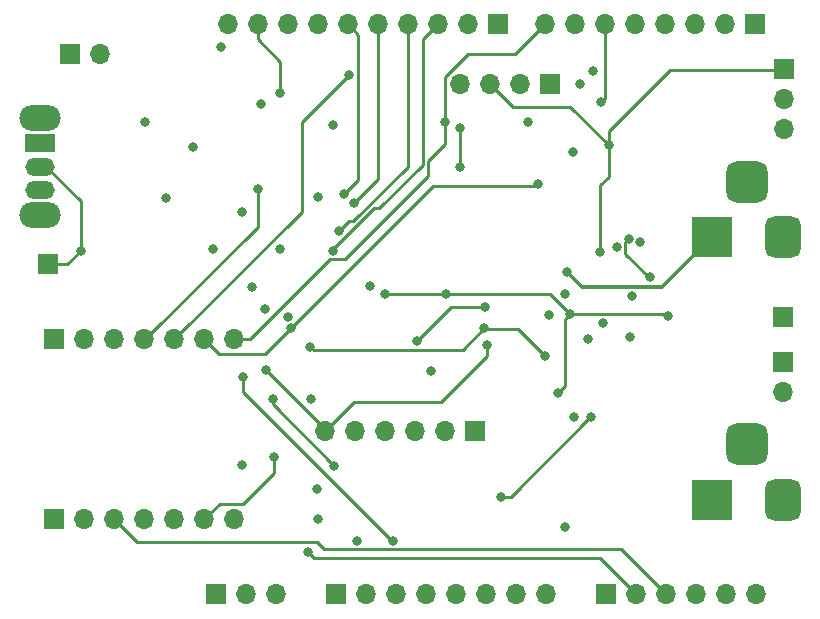
<source format=gbr>
%TF.GenerationSoftware,KiCad,Pcbnew,9.0.3*%
%TF.CreationDate,2025-08-02T21:51:47-05:00*%
%TF.ProjectId,DMM_KiCAD_V3_next KiCAD9,444d4d5f-4b69-4434-9144-5f56335f6e65,rev?*%
%TF.SameCoordinates,Original*%
%TF.FileFunction,Copper,L2,Inr*%
%TF.FilePolarity,Positive*%
%FSLAX46Y46*%
G04 Gerber Fmt 4.6, Leading zero omitted, Abs format (unit mm)*
G04 Created by KiCad (PCBNEW 9.0.3) date 2025-08-02 21:51:47*
%MOMM*%
%LPD*%
G01*
G04 APERTURE LIST*
G04 Aperture macros list*
%AMRoundRect*
0 Rectangle with rounded corners*
0 $1 Rounding radius*
0 $2 $3 $4 $5 $6 $7 $8 $9 X,Y pos of 4 corners*
0 Add a 4 corners polygon primitive as box body*
4,1,4,$2,$3,$4,$5,$6,$7,$8,$9,$2,$3,0*
0 Add four circle primitives for the rounded corners*
1,1,$1+$1,$2,$3*
1,1,$1+$1,$4,$5*
1,1,$1+$1,$6,$7*
1,1,$1+$1,$8,$9*
0 Add four rect primitives between the rounded corners*
20,1,$1+$1,$2,$3,$4,$5,0*
20,1,$1+$1,$4,$5,$6,$7,0*
20,1,$1+$1,$6,$7,$8,$9,0*
20,1,$1+$1,$8,$9,$2,$3,0*%
G04 Aperture macros list end*
%TA.AperFunction,ComponentPad*%
%ADD10R,3.500000X3.500000*%
%TD*%
%TA.AperFunction,ComponentPad*%
%ADD11RoundRect,0.750000X0.750000X1.000000X-0.750000X1.000000X-0.750000X-1.000000X0.750000X-1.000000X0*%
%TD*%
%TA.AperFunction,ComponentPad*%
%ADD12RoundRect,0.875000X0.875000X0.875000X-0.875000X0.875000X-0.875000X-0.875000X0.875000X-0.875000X0*%
%TD*%
%TA.AperFunction,ComponentPad*%
%ADD13O,3.500000X2.200000*%
%TD*%
%TA.AperFunction,ComponentPad*%
%ADD14R,2.500000X1.500000*%
%TD*%
%TA.AperFunction,ComponentPad*%
%ADD15O,2.500000X1.500000*%
%TD*%
%TA.AperFunction,ComponentPad*%
%ADD16R,1.700000X1.700000*%
%TD*%
%TA.AperFunction,ComponentPad*%
%ADD17O,1.700000X1.700000*%
%TD*%
%TA.AperFunction,ViaPad*%
%ADD18C,0.800000*%
%TD*%
%TA.AperFunction,Conductor*%
%ADD19C,0.250000*%
%TD*%
%TA.AperFunction,Conductor*%
%ADD20C,0.350000*%
%TD*%
G04 APERTURE END LIST*
D10*
%TO.N,Resistor_Input*%
%TO.C,J14*%
X138145000Y-68835000D03*
D11*
%TO.N,Net-(F1-Pad1)*%
X144145000Y-68835000D03*
D12*
%TO.N,N/C*%
X141145000Y-64135000D03*
%TD*%
D10*
%TO.N,V_Input_Float*%
%TO.C,J15*%
X138145000Y-91060000D03*
D11*
%TO.N,V_Input_REF*%
X144145000Y-91060000D03*
D12*
%TO.N,N/C*%
X141145000Y-86360000D03*
%TD*%
D13*
%TO.N,*%
%TO.C,SW3*%
X81280000Y-58765000D03*
X81280000Y-66965000D03*
D14*
%TO.N,+BATT*%
X81280000Y-60865000D03*
D15*
%TO.N,XIAO Batt Pin*%
X81280000Y-62865000D03*
%TO.N,XIAO 5V*%
X81280000Y-64865000D03*
%TD*%
D16*
%TO.N,/R into ADS*%
%TO.C,J16*%
X144145000Y-75565000D03*
%TD*%
%TO.N,unconnected-(J8-Pin_1-Pad1)*%
%TO.C,J8*%
X120015000Y-50800000D03*
D17*
%TO.N,unconnected-(J8-Pin_2-Pad2)*%
X117475000Y-50800000D03*
%TO.N,CS*%
X114935000Y-50800000D03*
%TO.N,MOSI*%
X112395000Y-50800000D03*
%TO.N,MISO*%
X109855000Y-50800000D03*
%TO.N,CLK*%
X107315000Y-50800000D03*
%TO.N,GND*%
X104775000Y-50800000D03*
%TO.N,unconnected-(J8-Pin_8-Pad8)*%
X102235000Y-50800000D03*
%TO.N,SDA*%
X99695000Y-50800000D03*
%TO.N,SCL*%
X97155000Y-50800000D03*
%TD*%
D16*
%TO.N,A0{slash}D14*%
%TO.C,J10*%
X129151624Y-99067665D03*
D17*
%TO.N,A1{slash}D15*%
X131691624Y-99067665D03*
%TO.N,A2{slash}D16*%
X134231624Y-99067665D03*
%TO.N,A3{slash}D17*%
X136771624Y-99067665D03*
%TO.N,unconnected-(J10-Pin_5-Pad5)*%
X139311624Y-99067665D03*
%TO.N,unconnected-(J10-Pin_6-Pad6)*%
X141851624Y-99067665D03*
%TD*%
D16*
%TO.N,VDD*%
%TO.C,J11*%
X144215000Y-54625000D03*
D17*
%TO.N,Net-(J11-Pin_2)*%
X144215000Y-57165000D03*
%TO.N,GND*%
X144215000Y-59705000D03*
%TD*%
D16*
%TO.N,A0{slash}D14*%
%TO.C,J12*%
X144145000Y-79375000D03*
D17*
%TO.N,GND*%
X144145000Y-81915000D03*
%TD*%
D16*
%TO.N,XIAO Batt Pin*%
%TO.C,J17*%
X81915000Y-71120000D03*
%TD*%
%TO.N,unconnected-(J6-Pin_1-Pad1)*%
%TO.C,J6*%
X106287792Y-99065110D03*
D17*
%TO.N,unconnected-(J6-Pin_2-Pad2)*%
X108827792Y-99065110D03*
%TO.N,unconnected-(J6-Pin_3-Pad3)*%
X111367792Y-99065110D03*
%TO.N,+3V3*%
X113907792Y-99065110D03*
%TO.N,/Uno5vPin*%
X116447792Y-99065110D03*
%TO.N,GND*%
X118987792Y-99065110D03*
X121527792Y-99065110D03*
%TO.N,+VSW*%
X124067792Y-99065110D03*
%TD*%
D16*
%TO.N,A0{slash}D14*%
%TO.C,J3*%
X82487996Y-92719534D03*
D17*
%TO.N,A1{slash}D15*%
X85027996Y-92719534D03*
%TO.N,A2{slash}D16*%
X87567996Y-92719534D03*
%TO.N,D3~*%
X90107996Y-92719534D03*
%TO.N,SDA*%
X92647996Y-92719534D03*
%TO.N,SCL*%
X95187996Y-92719534D03*
%TO.N,D6~*%
X97727996Y-92719534D03*
%TD*%
D16*
%TO.N,unconnected-(J13-Pin_1-Pad1)*%
%TO.C,J13*%
X141809463Y-50808987D03*
D17*
%TO.N,unconnected-(J13-Pin_2-Pad2)*%
X139269463Y-50808987D03*
%TO.N,D9~*%
X136729463Y-50808987D03*
%TO.N,D3~*%
X134189463Y-50808987D03*
%TO.N,D10~*%
X131649463Y-50808987D03*
%TO.N,D5~ (IR)*%
X129109463Y-50808987D03*
%TO.N,D6~*%
X126569463Y-50808987D03*
%TO.N,D7*%
X124029463Y-50808987D03*
%TD*%
D16*
%TO.N,+BATT*%
%TO.C,J7*%
X83820000Y-53315000D03*
D17*
%TO.N,GND*%
X86360000Y-53315000D03*
%TD*%
D16*
%TO.N,XIAO 5V*%
%TO.C,J1*%
X82487996Y-77479534D03*
D17*
%TO.N,GND*%
X85027996Y-77479534D03*
%TO.N,+3V3*%
X87567996Y-77479534D03*
%TO.N,D10~*%
X90107996Y-77479534D03*
%TO.N,D9~*%
X92647996Y-77479534D03*
%TO.N,D5~ (IR)*%
X95187996Y-77479534D03*
%TO.N,D7*%
X97727996Y-77479534D03*
%TD*%
D16*
%TO.N,SDA-5V*%
%TO.C,J9*%
X124460000Y-55880000D03*
D17*
%TO.N,SCL-5V*%
X121920000Y-55880000D03*
%TO.N,VDD*%
X119380000Y-55880000D03*
%TO.N,GND*%
X116840000Y-55880000D03*
%TD*%
D16*
%TO.N,GND*%
%TO.C,J2*%
X118110000Y-85217000D03*
D17*
%TO.N,MISO*%
X115570000Y-85217000D03*
%TO.N,CLK*%
X113030000Y-85217000D03*
%TO.N,MOSI*%
X110490000Y-85217000D03*
%TO.N,CS*%
X107950000Y-85217000D03*
%TO.N,+3V3*%
X105410000Y-85217000D03*
%TD*%
D16*
%TO.N,unconnected-(J5-Pin_1-Pad1)*%
%TO.C,J5*%
X96143981Y-99063151D03*
D17*
%TO.N,GND*%
X98683981Y-99063151D03*
%TO.N,unconnected-(J5-Pin_3-Pad3)*%
X101223981Y-99063151D03*
%TD*%
D18*
%TO.N,D6~*%
X96610000Y-52705000D03*
%TO.N,D5~ (IR)*%
X123400000Y-64300000D03*
X128800000Y-57400000D03*
%TO.N,VDD*%
X125118500Y-82018500D03*
%TO.N,/Driver_U4_Out_A*%
X127900000Y-84100000D03*
X120300000Y-90800000D03*
%TO.N,SCL*%
X114400000Y-80200000D03*
%TO.N,+3V3*%
X119100000Y-78000000D03*
%TO.N,VDD*%
X115600000Y-73660000D03*
%TO.N,SDA-5V*%
X124400000Y-75400000D03*
%TO.N,SDA*%
X123982000Y-78870000D03*
%TO.N,SCL-5V*%
X113182000Y-77670000D03*
X118982000Y-74770000D03*
%TO.N,SDA*%
X118882000Y-76570000D03*
%TO.N,GND*%
X131200000Y-77300000D03*
%TO.N,ADS_ALERT*%
X132900000Y-72250000D03*
X131100000Y-69000000D03*
%TO.N,GND*%
X100330000Y-74930000D03*
X102260346Y-75561126D03*
%TO.N,+9V*%
X100965000Y-82550000D03*
X106178914Y-88200000D03*
%TO.N,D5~ (IR)*%
X102552500Y-76517500D03*
X104685000Y-90170000D03*
%TO.N,GND*%
X104775000Y-92710000D03*
%TO.N,+3V3*%
X108123001Y-94525001D03*
%TO.N,/Driver_U2_Out_B*%
X116840000Y-59600000D03*
X116840000Y-62865000D03*
%TO.N,+9V*%
X101600000Y-69850000D03*
X104775000Y-65405000D03*
%TO.N,D7*%
X115570000Y-59055000D03*
%TO.N,GND*%
X126365000Y-61595000D03*
%TO.N,D9~*%
X122555000Y-59055000D03*
%TO.N,GND*%
X106045000Y-59370000D03*
X125730000Y-93345000D03*
X91948000Y-65532000D03*
X90170000Y-59055000D03*
X125730000Y-73660000D03*
X126492000Y-84074000D03*
X98335000Y-66675000D03*
X109225000Y-72935000D03*
X128900000Y-76100000D03*
%TO.N,Resistor_Input*%
X125857000Y-71755000D03*
%TO.N,SDA*%
X104140000Y-78105000D03*
X101600000Y-56642000D03*
%TO.N,D6~*%
X95885000Y-69850000D03*
%TO.N,SCL*%
X101064554Y-87412054D03*
X104230000Y-82550000D03*
%TO.N,ADS_ALERT*%
X131400000Y-73800000D03*
%TO.N,D3~*%
X98335000Y-88138000D03*
X99937500Y-57542500D03*
%TO.N,VDD*%
X134463749Y-75547268D03*
X128660305Y-70100000D03*
X126174500Y-75374500D03*
X94210000Y-61190000D03*
X129425000Y-61075000D03*
X110490000Y-73660000D03*
X99183097Y-73056313D03*
%TO.N,D10~*%
X99695000Y-64770000D03*
X128059225Y-54780000D03*
%TO.N,D9~*%
X127000000Y-55880000D03*
X107430000Y-55130000D03*
%TO.N,A1{slash}D15*%
X103949500Y-95467000D03*
%TO.N,Net-(F1-Pad1)*%
X127635000Y-77470000D03*
%TO.N,+BATT*%
X111125000Y-94525000D03*
X98425000Y-80645000D03*
%TO.N,CS*%
X106092549Y-69985855D03*
%TO.N,MISO*%
X107827653Y-65917653D03*
%TO.N,+3V3*%
X100420000Y-80100000D03*
%TO.N,XIAO Batt Pin*%
X84725000Y-70000000D03*
%TO.N,MOSI*%
X106619176Y-68324023D03*
%TO.N,CLK*%
X107020653Y-65200653D03*
%TO.N,SDA-5V*%
X132080000Y-69215000D03*
%TO.N,SCL-5V*%
X130100000Y-69700000D03*
%TD*%
D19*
%TO.N,XIAO Batt Pin*%
X83580000Y-71120000D02*
X81915000Y-71120000D01*
X84700000Y-70000000D02*
X83580000Y-71120000D01*
X84725000Y-70000000D02*
X84700000Y-70000000D01*
X84700000Y-65785000D02*
X81780000Y-62865000D01*
X84725000Y-69800000D02*
X84700000Y-69775000D01*
X84700000Y-69775000D02*
X84700000Y-65785000D01*
X84725000Y-70000000D02*
X84725000Y-69800000D01*
%TO.N,D9~*%
X103450000Y-59110000D02*
X103450000Y-66677530D01*
%TO.N,D5~ (IR)*%
X114554000Y-64516000D02*
X102552500Y-76517500D01*
X123400000Y-64300000D02*
X123184000Y-64516000D01*
X123184000Y-64516000D02*
X114554000Y-64516000D01*
%TO.N,D9~*%
X107430000Y-55130000D02*
X103450000Y-59110000D01*
X103450000Y-66677530D02*
X92647996Y-77479534D01*
%TO.N,VDD*%
X129425000Y-59875000D02*
X129425000Y-61075000D01*
X134645000Y-54655000D02*
X129425000Y-59875000D01*
X144185000Y-54655000D02*
X134645000Y-54655000D01*
%TO.N,+3V3*%
X100420000Y-80100000D02*
X105664000Y-85344000D01*
%TO.N,+9V*%
X100965000Y-82986086D02*
X100965000Y-82550000D01*
X106178914Y-88200000D02*
X100965000Y-82986086D01*
%TO.N,ADS_ALERT*%
X132900000Y-72300000D02*
X132900000Y-72250000D01*
X130826000Y-70226000D02*
X132900000Y-72300000D01*
X130826000Y-69274000D02*
X130826000Y-70226000D01*
X131100000Y-69000000D02*
X130826000Y-69274000D01*
%TO.N,D5~ (IR)*%
X128800000Y-57400000D02*
X129100000Y-57100000D01*
X129100000Y-57100000D02*
X129100000Y-50818450D01*
%TO.N,VDD*%
X128660305Y-70100000D02*
X128700000Y-70060305D01*
X128700000Y-70060305D02*
X128700000Y-64450000D01*
X129425000Y-63725000D02*
X129425000Y-61075000D01*
X128700000Y-64450000D02*
X129425000Y-63725000D01*
%TO.N,CLK*%
X108200000Y-51685000D02*
X107315000Y-50800000D01*
X108200000Y-64021306D02*
X108200000Y-51685000D01*
X107020653Y-65200653D02*
X108200000Y-64021306D01*
%TO.N,SDA*%
X121712000Y-76600000D02*
X118912000Y-76600000D01*
X123982000Y-78870000D02*
X121712000Y-76600000D01*
X118912000Y-76600000D02*
X118882000Y-76570000D01*
%TO.N,/Driver_U4_Out_A*%
X127800000Y-84100000D02*
X121100000Y-90800000D01*
X121100000Y-90800000D02*
X120300000Y-90800000D01*
X127900000Y-84100000D02*
X127800000Y-84100000D01*
%TO.N,VDD*%
X125118500Y-82018500D02*
X125730000Y-81407000D01*
X125730000Y-75819000D02*
X126174500Y-75374500D01*
X125730000Y-81407000D02*
X125730000Y-75819000D01*
%TO.N,+3V3*%
X107827000Y-82800000D02*
X105410000Y-85217000D01*
X115200000Y-82800000D02*
X107827000Y-82800000D01*
X119100000Y-78900000D02*
X115200000Y-82800000D01*
X119100000Y-78000000D02*
X119100000Y-78900000D01*
%TO.N,VDD*%
X115600000Y-73660000D02*
X124460000Y-73660000D01*
%TO.N,SDA*%
X104140000Y-78105000D02*
X104431000Y-78396000D01*
X104431000Y-78396000D02*
X117056000Y-78396000D01*
X117056000Y-78396000D02*
X118882000Y-76570000D01*
%TO.N,SCL-5V*%
X116082000Y-74770000D02*
X118982000Y-74770000D01*
X113182000Y-77670000D02*
X116082000Y-74770000D01*
%TO.N,D5~ (IR)*%
X96448462Y-78740000D02*
X95187996Y-77479534D01*
X102552500Y-76517500D02*
X100330000Y-78740000D01*
X100330000Y-78740000D02*
X96448462Y-78740000D01*
%TO.N,D7*%
X115570000Y-60960000D02*
X115570000Y-59055000D01*
X114116000Y-62414000D02*
X115570000Y-60960000D01*
X114116000Y-63684000D02*
X114116000Y-62414000D01*
X105818145Y-70711855D02*
X107088145Y-70711855D01*
X97727996Y-77479534D02*
X99050466Y-77479534D01*
X99050466Y-77479534D02*
X105818145Y-70711855D01*
X107088145Y-70711855D02*
X114116000Y-63684000D01*
%TO.N,A2{slash}D16*%
X89463462Y-94615000D02*
X87567996Y-92719534D01*
X104675500Y-94615000D02*
X89463462Y-94615000D01*
X105310500Y-95250000D02*
X104675500Y-94615000D01*
X130413959Y-95250000D02*
X105310500Y-95250000D01*
X134231624Y-99067665D02*
X130413959Y-95250000D01*
%TO.N,+BATT*%
X98425000Y-81915000D02*
X98425000Y-80645000D01*
X111035000Y-94525000D02*
X98425000Y-81915000D01*
X111125000Y-94525000D02*
X111035000Y-94525000D01*
%TO.N,SCL*%
X98425000Y-91440000D02*
X96467530Y-91440000D01*
X101064554Y-88800446D02*
X98425000Y-91440000D01*
X101064554Y-87412054D02*
X101064554Y-88800446D01*
X96467530Y-91440000D02*
X95187996Y-92719534D01*
%TO.N,MOSI*%
X107777412Y-67482588D02*
X112395000Y-62865000D01*
X107460611Y-67482588D02*
X107777412Y-67482588D01*
X112395000Y-62865000D02*
X112395000Y-50800000D01*
X106619176Y-68324023D02*
X107460611Y-67482588D01*
%TO.N,CS*%
X113665000Y-52070000D02*
X114935000Y-50800000D01*
X113665000Y-62727299D02*
X113665000Y-52070000D01*
X109987945Y-66404354D02*
X113665000Y-62727299D01*
X109564150Y-66404354D02*
X109987945Y-66404354D01*
X106092549Y-69875955D02*
X109564150Y-66404354D01*
X106092549Y-69985855D02*
X106092549Y-69875955D01*
%TO.N,D7*%
X121498450Y-53340000D02*
X124029463Y-50808987D01*
X117475000Y-53340000D02*
X121498450Y-53340000D01*
X115570000Y-55245000D02*
X117475000Y-53340000D01*
X115570000Y-59055000D02*
X115570000Y-55245000D01*
%TO.N,/Driver_U2_Out_B*%
X116840000Y-59600000D02*
X116840000Y-62865000D01*
D20*
%TO.N,Resistor_Input*%
X127127000Y-73025000D02*
X133955000Y-73025000D01*
X125857000Y-71755000D02*
X127127000Y-73025000D01*
X133955000Y-73025000D02*
X138145000Y-68835000D01*
D19*
%TO.N,SDA*%
X101600000Y-53975000D02*
X99695000Y-52070000D01*
X99695000Y-52070000D02*
X99695000Y-50800000D01*
X101600000Y-56642000D02*
X101600000Y-53975000D01*
%TO.N,VDD*%
X124460000Y-73660000D02*
X126174500Y-75374500D01*
X129425000Y-61075000D02*
X126135000Y-57785000D01*
X126174500Y-75374500D02*
X134290981Y-75374500D01*
X126135000Y-57785000D02*
X121285000Y-57785000D01*
X134290981Y-75374500D02*
X134463749Y-75547268D01*
X110490000Y-73660000D02*
X115600000Y-73660000D01*
X121285000Y-57785000D02*
X119380000Y-55880000D01*
%TO.N,D10~*%
X99695000Y-64770000D02*
X99695000Y-67945000D01*
X99695000Y-67945000D02*
X90430466Y-77209534D01*
%TO.N,A1{slash}D15*%
X128640638Y-96016679D02*
X131691624Y-99067665D01*
X104499179Y-96016679D02*
X128640638Y-96016679D01*
X103949500Y-95467000D02*
X104499179Y-96016679D01*
%TO.N,MISO*%
X109855000Y-63890306D02*
X109855000Y-50800000D01*
X107827653Y-65917653D02*
X109855000Y-63890306D01*
%TD*%
M02*

</source>
